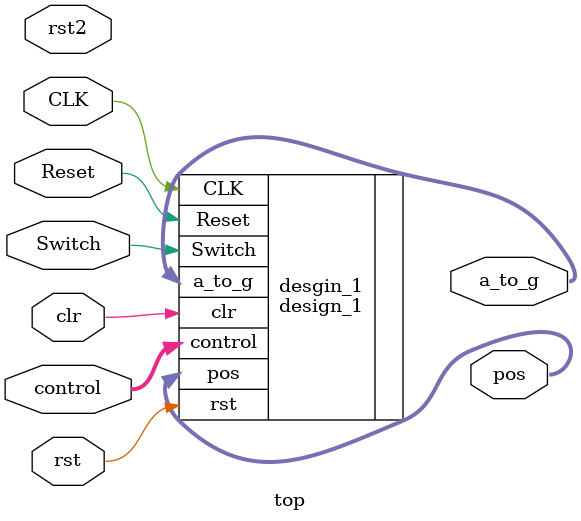
<source format=v>
`timescale 1ns / 1ps


module top(
    input CLK,
    input Switch,
    input [1:0] control,
    input clr,
    input Reset,
    input rst2,
    input rst,
    output [6:0] a_to_g,
    output [3:0] pos   
    );
    design_1 desgin_1(.CLK(CLK),.Switch(Switch),.control(control),.clr(clr),.Reset(Reset),.a_to_g(a_to_g),.pos(pos),.rst(rst));
endmodule

</source>
